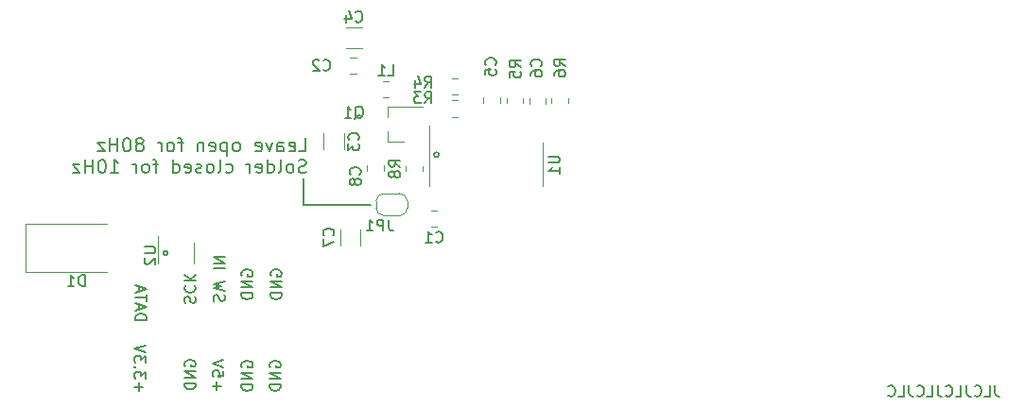
<source format=gbr>
%TF.GenerationSoftware,KiCad,Pcbnew,(6.0.0)*%
%TF.CreationDate,2022-01-14T12:25:06-05:00*%
%TF.ProjectId,ADC-board-HX711,4144432d-626f-4617-9264-2d4858373131,rev?*%
%TF.SameCoordinates,Original*%
%TF.FileFunction,Legend,Bot*%
%TF.FilePolarity,Positive*%
%FSLAX46Y46*%
G04 Gerber Fmt 4.6, Leading zero omitted, Abs format (unit mm)*
G04 Created by KiCad (PCBNEW (6.0.0)) date 2022-01-14 12:25:06*
%MOMM*%
%LPD*%
G01*
G04 APERTURE LIST*
%ADD10C,0.150000*%
%ADD11C,0.200000*%
%ADD12C,0.120000*%
G04 APERTURE END LIST*
D10*
X29600000Y-20800000D02*
X29600000Y-18400000D01*
X30700000Y-20800000D02*
X29600000Y-20800000D01*
X35600000Y-20800000D02*
X30700000Y-20800000D01*
X41723607Y-16276394D02*
G75*
G03*
X41723607Y-16276394I-223607J0D01*
G01*
X17440000Y-25120000D02*
G75*
G03*
X17440000Y-25120000I-200000J0D01*
G01*
D11*
X26600000Y-35338095D02*
X26552380Y-35242857D01*
X26552380Y-35100000D01*
X26600000Y-34957142D01*
X26695238Y-34861904D01*
X26790476Y-34814285D01*
X26980952Y-34766666D01*
X27123809Y-34766666D01*
X27314285Y-34814285D01*
X27409523Y-34861904D01*
X27504761Y-34957142D01*
X27552380Y-35100000D01*
X27552380Y-35195238D01*
X27504761Y-35338095D01*
X27457142Y-35385714D01*
X27123809Y-35385714D01*
X27123809Y-35195238D01*
X27552380Y-35814285D02*
X26552380Y-35814285D01*
X27552380Y-36385714D01*
X26552380Y-36385714D01*
X27552380Y-36861904D02*
X26552380Y-36861904D01*
X26552380Y-37100000D01*
X26600000Y-37242857D01*
X26695238Y-37338095D01*
X26790476Y-37385714D01*
X26980952Y-37433333D01*
X27123809Y-37433333D01*
X27314285Y-37385714D01*
X27409523Y-37338095D01*
X27504761Y-37242857D01*
X27552380Y-37100000D01*
X27552380Y-36861904D01*
X26700000Y-27138095D02*
X26652380Y-27042857D01*
X26652380Y-26900000D01*
X26700000Y-26757142D01*
X26795238Y-26661904D01*
X26890476Y-26614285D01*
X27080952Y-26566666D01*
X27223809Y-26566666D01*
X27414285Y-26614285D01*
X27509523Y-26661904D01*
X27604761Y-26757142D01*
X27652380Y-26900000D01*
X27652380Y-26995238D01*
X27604761Y-27138095D01*
X27557142Y-27185714D01*
X27223809Y-27185714D01*
X27223809Y-26995238D01*
X27652380Y-27614285D02*
X26652380Y-27614285D01*
X27652380Y-28185714D01*
X26652380Y-28185714D01*
X27652380Y-28661904D02*
X26652380Y-28661904D01*
X26652380Y-28900000D01*
X26700000Y-29042857D01*
X26795238Y-29138095D01*
X26890476Y-29185714D01*
X27080952Y-29233333D01*
X27223809Y-29233333D01*
X27414285Y-29185714D01*
X27509523Y-29138095D01*
X27604761Y-29042857D01*
X27652380Y-28900000D01*
X27652380Y-28661904D01*
X24100000Y-27138095D02*
X24052380Y-27042857D01*
X24052380Y-26900000D01*
X24100000Y-26757142D01*
X24195238Y-26661904D01*
X24290476Y-26614285D01*
X24480952Y-26566666D01*
X24623809Y-26566666D01*
X24814285Y-26614285D01*
X24909523Y-26661904D01*
X25004761Y-26757142D01*
X25052380Y-26900000D01*
X25052380Y-26995238D01*
X25004761Y-27138095D01*
X24957142Y-27185714D01*
X24623809Y-27185714D01*
X24623809Y-26995238D01*
X25052380Y-27614285D02*
X24052380Y-27614285D01*
X25052380Y-28185714D01*
X24052380Y-28185714D01*
X25052380Y-28661904D02*
X24052380Y-28661904D01*
X24052380Y-28900000D01*
X24100000Y-29042857D01*
X24195238Y-29138095D01*
X24290476Y-29185714D01*
X24480952Y-29233333D01*
X24623809Y-29233333D01*
X24814285Y-29185714D01*
X24909523Y-29138095D01*
X25004761Y-29042857D01*
X25052380Y-28900000D01*
X25052380Y-28661904D01*
X18995238Y-29585714D02*
X18947619Y-29442857D01*
X18947619Y-29204761D01*
X18995238Y-29109523D01*
X19042857Y-29061904D01*
X19138095Y-29014285D01*
X19233333Y-29014285D01*
X19328571Y-29061904D01*
X19376190Y-29109523D01*
X19423809Y-29204761D01*
X19471428Y-29395238D01*
X19519047Y-29490476D01*
X19566666Y-29538095D01*
X19661904Y-29585714D01*
X19757142Y-29585714D01*
X19852380Y-29538095D01*
X19900000Y-29490476D01*
X19947619Y-29395238D01*
X19947619Y-29157142D01*
X19900000Y-29014285D01*
X19042857Y-28014285D02*
X18995238Y-28061904D01*
X18947619Y-28204761D01*
X18947619Y-28300000D01*
X18995238Y-28442857D01*
X19090476Y-28538095D01*
X19185714Y-28585714D01*
X19376190Y-28633333D01*
X19519047Y-28633333D01*
X19709523Y-28585714D01*
X19804761Y-28538095D01*
X19900000Y-28442857D01*
X19947619Y-28300000D01*
X19947619Y-28204761D01*
X19900000Y-28061904D01*
X19852380Y-28014285D01*
X18947619Y-27585714D02*
X19947619Y-27585714D01*
X18947619Y-27014285D02*
X19519047Y-27442857D01*
X19947619Y-27014285D02*
X19376190Y-27585714D01*
X21828571Y-37385714D02*
X21828571Y-36623809D01*
X21447619Y-37004761D02*
X22209523Y-37004761D01*
X22447619Y-35671428D02*
X22447619Y-36147619D01*
X21971428Y-36195238D01*
X22019047Y-36147619D01*
X22066666Y-36052380D01*
X22066666Y-35814285D01*
X22019047Y-35719047D01*
X21971428Y-35671428D01*
X21876190Y-35623809D01*
X21638095Y-35623809D01*
X21542857Y-35671428D01*
X21495238Y-35719047D01*
X21447619Y-35814285D01*
X21447619Y-36052380D01*
X21495238Y-36147619D01*
X21542857Y-36195238D01*
X22447619Y-35338095D02*
X21447619Y-35004761D01*
X22447619Y-34671428D01*
X14547619Y-31100000D02*
X15547619Y-31100000D01*
X15547619Y-30861904D01*
X15500000Y-30719047D01*
X15404761Y-30623809D01*
X15309523Y-30576190D01*
X15119047Y-30528571D01*
X14976190Y-30528571D01*
X14785714Y-30576190D01*
X14690476Y-30623809D01*
X14595238Y-30719047D01*
X14547619Y-30861904D01*
X14547619Y-31100000D01*
X14833333Y-30147619D02*
X14833333Y-29671428D01*
X14547619Y-30242857D02*
X15547619Y-29909523D01*
X14547619Y-29576190D01*
X15547619Y-29385714D02*
X15547619Y-28814285D01*
X14547619Y-29100000D02*
X15547619Y-29100000D01*
X14833333Y-28528571D02*
X14833333Y-28052380D01*
X14547619Y-28623809D02*
X15547619Y-28290476D01*
X14547619Y-27957142D01*
D10*
X91534745Y-36957099D02*
X91534745Y-37671385D01*
X91582364Y-37814242D01*
X91677602Y-37909480D01*
X91820459Y-37957099D01*
X91915698Y-37957099D01*
X90582364Y-37957099D02*
X91058555Y-37957099D01*
X91058555Y-36957099D01*
X89677602Y-37861861D02*
X89725221Y-37909480D01*
X89868078Y-37957099D01*
X89963317Y-37957099D01*
X90106174Y-37909480D01*
X90201412Y-37814242D01*
X90249031Y-37719004D01*
X90296650Y-37528528D01*
X90296650Y-37385671D01*
X90249031Y-37195195D01*
X90201412Y-37099957D01*
X90106174Y-37004719D01*
X89963317Y-36957099D01*
X89868078Y-36957099D01*
X89725221Y-37004719D01*
X89677602Y-37052338D01*
X88963317Y-36957099D02*
X88963317Y-37671385D01*
X89010936Y-37814242D01*
X89106174Y-37909480D01*
X89249031Y-37957099D01*
X89344269Y-37957099D01*
X88010936Y-37957099D02*
X88487126Y-37957099D01*
X88487126Y-36957099D01*
X87106174Y-37861861D02*
X87153793Y-37909480D01*
X87296650Y-37957099D01*
X87391888Y-37957099D01*
X87534745Y-37909480D01*
X87629983Y-37814242D01*
X87677602Y-37719004D01*
X87725221Y-37528528D01*
X87725221Y-37385671D01*
X87677602Y-37195195D01*
X87629983Y-37099957D01*
X87534745Y-37004719D01*
X87391888Y-36957099D01*
X87296650Y-36957099D01*
X87153793Y-37004719D01*
X87106174Y-37052338D01*
X86391888Y-36957099D02*
X86391888Y-37671385D01*
X86439507Y-37814242D01*
X86534745Y-37909480D01*
X86677602Y-37957099D01*
X86772840Y-37957099D01*
X85439507Y-37957099D02*
X85915698Y-37957099D01*
X85915698Y-36957099D01*
X84534745Y-37861861D02*
X84582364Y-37909480D01*
X84725221Y-37957099D01*
X84820459Y-37957099D01*
X84963317Y-37909480D01*
X85058555Y-37814242D01*
X85106174Y-37719004D01*
X85153793Y-37528528D01*
X85153793Y-37385671D01*
X85106174Y-37195195D01*
X85058555Y-37099957D01*
X84963317Y-37004719D01*
X84820459Y-36957099D01*
X84725221Y-36957099D01*
X84582364Y-37004719D01*
X84534745Y-37052338D01*
X83820459Y-36957099D02*
X83820459Y-37671385D01*
X83868078Y-37814242D01*
X83963317Y-37909480D01*
X84106174Y-37957099D01*
X84201412Y-37957099D01*
X82868078Y-37957099D02*
X83344269Y-37957099D01*
X83344269Y-36957099D01*
X81963317Y-37861861D02*
X82010936Y-37909480D01*
X82153793Y-37957099D01*
X82249031Y-37957099D01*
X82391888Y-37909480D01*
X82487126Y-37814242D01*
X82534745Y-37719004D01*
X82582364Y-37528528D01*
X82582364Y-37385671D01*
X82534745Y-37195195D01*
X82487126Y-37099957D01*
X82391888Y-37004719D01*
X82249031Y-36957099D01*
X82153793Y-36957099D01*
X82010936Y-37004719D01*
X81963317Y-37052338D01*
D11*
X21595238Y-29400000D02*
X21547619Y-29257142D01*
X21547619Y-29019047D01*
X21595238Y-28923809D01*
X21642857Y-28876190D01*
X21738095Y-28828571D01*
X21833333Y-28828571D01*
X21928571Y-28876190D01*
X21976190Y-28923809D01*
X22023809Y-29019047D01*
X22071428Y-29209523D01*
X22119047Y-29304761D01*
X22166666Y-29352380D01*
X22261904Y-29400000D01*
X22357142Y-29400000D01*
X22452380Y-29352380D01*
X22500000Y-29304761D01*
X22547619Y-29209523D01*
X22547619Y-28971428D01*
X22500000Y-28828571D01*
X22547619Y-28495238D02*
X21547619Y-28257142D01*
X22261904Y-28066666D01*
X21547619Y-27876190D01*
X22547619Y-27638095D01*
X21547619Y-26495238D02*
X22547619Y-26495238D01*
X21547619Y-26019047D02*
X22547619Y-26019047D01*
X21547619Y-25447619D01*
X22547619Y-25447619D01*
X29212857Y-15976857D02*
X29784285Y-15976857D01*
X29784285Y-14776857D01*
X28355714Y-15919714D02*
X28470000Y-15976857D01*
X28698571Y-15976857D01*
X28812857Y-15919714D01*
X28870000Y-15805428D01*
X28870000Y-15348285D01*
X28812857Y-15234000D01*
X28698571Y-15176857D01*
X28470000Y-15176857D01*
X28355714Y-15234000D01*
X28298571Y-15348285D01*
X28298571Y-15462571D01*
X28870000Y-15576857D01*
X27270000Y-15976857D02*
X27270000Y-15348285D01*
X27327142Y-15234000D01*
X27441428Y-15176857D01*
X27670000Y-15176857D01*
X27784285Y-15234000D01*
X27270000Y-15919714D02*
X27384285Y-15976857D01*
X27670000Y-15976857D01*
X27784285Y-15919714D01*
X27841428Y-15805428D01*
X27841428Y-15691142D01*
X27784285Y-15576857D01*
X27670000Y-15519714D01*
X27384285Y-15519714D01*
X27270000Y-15462571D01*
X26812857Y-15176857D02*
X26527142Y-15976857D01*
X26241428Y-15176857D01*
X25327142Y-15919714D02*
X25441428Y-15976857D01*
X25670000Y-15976857D01*
X25784285Y-15919714D01*
X25841428Y-15805428D01*
X25841428Y-15348285D01*
X25784285Y-15234000D01*
X25670000Y-15176857D01*
X25441428Y-15176857D01*
X25327142Y-15234000D01*
X25270000Y-15348285D01*
X25270000Y-15462571D01*
X25841428Y-15576857D01*
X23670000Y-15976857D02*
X23784285Y-15919714D01*
X23841428Y-15862571D01*
X23898571Y-15748285D01*
X23898571Y-15405428D01*
X23841428Y-15291142D01*
X23784285Y-15234000D01*
X23670000Y-15176857D01*
X23498571Y-15176857D01*
X23384285Y-15234000D01*
X23327142Y-15291142D01*
X23270000Y-15405428D01*
X23270000Y-15748285D01*
X23327142Y-15862571D01*
X23384285Y-15919714D01*
X23498571Y-15976857D01*
X23670000Y-15976857D01*
X22755714Y-15176857D02*
X22755714Y-16376857D01*
X22755714Y-15234000D02*
X22641428Y-15176857D01*
X22412857Y-15176857D01*
X22298571Y-15234000D01*
X22241428Y-15291142D01*
X22184285Y-15405428D01*
X22184285Y-15748285D01*
X22241428Y-15862571D01*
X22298571Y-15919714D01*
X22412857Y-15976857D01*
X22641428Y-15976857D01*
X22755714Y-15919714D01*
X21212857Y-15919714D02*
X21327142Y-15976857D01*
X21555714Y-15976857D01*
X21670000Y-15919714D01*
X21727142Y-15805428D01*
X21727142Y-15348285D01*
X21670000Y-15234000D01*
X21555714Y-15176857D01*
X21327142Y-15176857D01*
X21212857Y-15234000D01*
X21155714Y-15348285D01*
X21155714Y-15462571D01*
X21727142Y-15576857D01*
X20641428Y-15176857D02*
X20641428Y-15976857D01*
X20641428Y-15291142D02*
X20584285Y-15234000D01*
X20470000Y-15176857D01*
X20298571Y-15176857D01*
X20184285Y-15234000D01*
X20127142Y-15348285D01*
X20127142Y-15976857D01*
X18812857Y-15176857D02*
X18355714Y-15176857D01*
X18641428Y-15976857D02*
X18641428Y-14948285D01*
X18584285Y-14834000D01*
X18470000Y-14776857D01*
X18355714Y-14776857D01*
X17784285Y-15976857D02*
X17898571Y-15919714D01*
X17955714Y-15862571D01*
X18012857Y-15748285D01*
X18012857Y-15405428D01*
X17955714Y-15291142D01*
X17898571Y-15234000D01*
X17784285Y-15176857D01*
X17612857Y-15176857D01*
X17498571Y-15234000D01*
X17441428Y-15291142D01*
X17384285Y-15405428D01*
X17384285Y-15748285D01*
X17441428Y-15862571D01*
X17498571Y-15919714D01*
X17612857Y-15976857D01*
X17784285Y-15976857D01*
X16870000Y-15976857D02*
X16870000Y-15176857D01*
X16870000Y-15405428D02*
X16812857Y-15291142D01*
X16755714Y-15234000D01*
X16641428Y-15176857D01*
X16527142Y-15176857D01*
X15041428Y-15291142D02*
X15155714Y-15234000D01*
X15212857Y-15176857D01*
X15270000Y-15062571D01*
X15270000Y-15005428D01*
X15212857Y-14891142D01*
X15155714Y-14834000D01*
X15041428Y-14776857D01*
X14812857Y-14776857D01*
X14698571Y-14834000D01*
X14641428Y-14891142D01*
X14584285Y-15005428D01*
X14584285Y-15062571D01*
X14641428Y-15176857D01*
X14698571Y-15234000D01*
X14812857Y-15291142D01*
X15041428Y-15291142D01*
X15155714Y-15348285D01*
X15212857Y-15405428D01*
X15270000Y-15519714D01*
X15270000Y-15748285D01*
X15212857Y-15862571D01*
X15155714Y-15919714D01*
X15041428Y-15976857D01*
X14812857Y-15976857D01*
X14698571Y-15919714D01*
X14641428Y-15862571D01*
X14584285Y-15748285D01*
X14584285Y-15519714D01*
X14641428Y-15405428D01*
X14698571Y-15348285D01*
X14812857Y-15291142D01*
X13841428Y-14776857D02*
X13727142Y-14776857D01*
X13612857Y-14834000D01*
X13555714Y-14891142D01*
X13498571Y-15005428D01*
X13441428Y-15234000D01*
X13441428Y-15519714D01*
X13498571Y-15748285D01*
X13555714Y-15862571D01*
X13612857Y-15919714D01*
X13727142Y-15976857D01*
X13841428Y-15976857D01*
X13955714Y-15919714D01*
X14012857Y-15862571D01*
X14070000Y-15748285D01*
X14127142Y-15519714D01*
X14127142Y-15234000D01*
X14070000Y-15005428D01*
X14012857Y-14891142D01*
X13955714Y-14834000D01*
X13841428Y-14776857D01*
X12927142Y-15976857D02*
X12927142Y-14776857D01*
X12927142Y-15348285D02*
X12241428Y-15348285D01*
X12241428Y-15976857D02*
X12241428Y-14776857D01*
X11784285Y-15176857D02*
X11155714Y-15176857D01*
X11784285Y-15976857D01*
X11155714Y-15976857D01*
X29841428Y-17851714D02*
X29670000Y-17908857D01*
X29384285Y-17908857D01*
X29270000Y-17851714D01*
X29212857Y-17794571D01*
X29155714Y-17680285D01*
X29155714Y-17566000D01*
X29212857Y-17451714D01*
X29270000Y-17394571D01*
X29384285Y-17337428D01*
X29612857Y-17280285D01*
X29727142Y-17223142D01*
X29784285Y-17166000D01*
X29841428Y-17051714D01*
X29841428Y-16937428D01*
X29784285Y-16823142D01*
X29727142Y-16766000D01*
X29612857Y-16708857D01*
X29327142Y-16708857D01*
X29155714Y-16766000D01*
X28470000Y-17908857D02*
X28584285Y-17851714D01*
X28641428Y-17794571D01*
X28698571Y-17680285D01*
X28698571Y-17337428D01*
X28641428Y-17223142D01*
X28584285Y-17166000D01*
X28470000Y-17108857D01*
X28298571Y-17108857D01*
X28184285Y-17166000D01*
X28127142Y-17223142D01*
X28070000Y-17337428D01*
X28070000Y-17680285D01*
X28127142Y-17794571D01*
X28184285Y-17851714D01*
X28298571Y-17908857D01*
X28470000Y-17908857D01*
X27384285Y-17908857D02*
X27498571Y-17851714D01*
X27555714Y-17737428D01*
X27555714Y-16708857D01*
X26412857Y-17908857D02*
X26412857Y-16708857D01*
X26412857Y-17851714D02*
X26527142Y-17908857D01*
X26755714Y-17908857D01*
X26870000Y-17851714D01*
X26927142Y-17794571D01*
X26984285Y-17680285D01*
X26984285Y-17337428D01*
X26927142Y-17223142D01*
X26870000Y-17166000D01*
X26755714Y-17108857D01*
X26527142Y-17108857D01*
X26412857Y-17166000D01*
X25384285Y-17851714D02*
X25498571Y-17908857D01*
X25727142Y-17908857D01*
X25841428Y-17851714D01*
X25898571Y-17737428D01*
X25898571Y-17280285D01*
X25841428Y-17166000D01*
X25727142Y-17108857D01*
X25498571Y-17108857D01*
X25384285Y-17166000D01*
X25327142Y-17280285D01*
X25327142Y-17394571D01*
X25898571Y-17508857D01*
X24812857Y-17908857D02*
X24812857Y-17108857D01*
X24812857Y-17337428D02*
X24755714Y-17223142D01*
X24698571Y-17166000D01*
X24584285Y-17108857D01*
X24469999Y-17108857D01*
X22641428Y-17851714D02*
X22755714Y-17908857D01*
X22984285Y-17908857D01*
X23098571Y-17851714D01*
X23155714Y-17794571D01*
X23212857Y-17680285D01*
X23212857Y-17337428D01*
X23155714Y-17223142D01*
X23098571Y-17166000D01*
X22984285Y-17108857D01*
X22755714Y-17108857D01*
X22641428Y-17166000D01*
X21955714Y-17908857D02*
X22069999Y-17851714D01*
X22127142Y-17737428D01*
X22127142Y-16708857D01*
X21327142Y-17908857D02*
X21441428Y-17851714D01*
X21498571Y-17794571D01*
X21555714Y-17680285D01*
X21555714Y-17337428D01*
X21498571Y-17223142D01*
X21441428Y-17166000D01*
X21327142Y-17108857D01*
X21155714Y-17108857D01*
X21041428Y-17166000D01*
X20984285Y-17223142D01*
X20927142Y-17337428D01*
X20927142Y-17680285D01*
X20984285Y-17794571D01*
X21041428Y-17851714D01*
X21155714Y-17908857D01*
X21327142Y-17908857D01*
X20469999Y-17851714D02*
X20355714Y-17908857D01*
X20127142Y-17908857D01*
X20012857Y-17851714D01*
X19955714Y-17737428D01*
X19955714Y-17680285D01*
X20012857Y-17566000D01*
X20127142Y-17508857D01*
X20298571Y-17508857D01*
X20412857Y-17451714D01*
X20469999Y-17337428D01*
X20469999Y-17280285D01*
X20412857Y-17166000D01*
X20298571Y-17108857D01*
X20127142Y-17108857D01*
X20012857Y-17166000D01*
X18984285Y-17851714D02*
X19098571Y-17908857D01*
X19327142Y-17908857D01*
X19441428Y-17851714D01*
X19498571Y-17737428D01*
X19498571Y-17280285D01*
X19441428Y-17166000D01*
X19327142Y-17108857D01*
X19098571Y-17108857D01*
X18984285Y-17166000D01*
X18927142Y-17280285D01*
X18927142Y-17394571D01*
X19498571Y-17508857D01*
X17898571Y-17908857D02*
X17898571Y-16708857D01*
X17898571Y-17851714D02*
X18012857Y-17908857D01*
X18241428Y-17908857D01*
X18355714Y-17851714D01*
X18412857Y-17794571D01*
X18469999Y-17680285D01*
X18469999Y-17337428D01*
X18412857Y-17223142D01*
X18355714Y-17166000D01*
X18241428Y-17108857D01*
X18012857Y-17108857D01*
X17898571Y-17166000D01*
X16584285Y-17108857D02*
X16127142Y-17108857D01*
X16412857Y-17908857D02*
X16412857Y-16880285D01*
X16355714Y-16766000D01*
X16241428Y-16708857D01*
X16127142Y-16708857D01*
X15555714Y-17908857D02*
X15669999Y-17851714D01*
X15727142Y-17794571D01*
X15784285Y-17680285D01*
X15784285Y-17337428D01*
X15727142Y-17223142D01*
X15669999Y-17166000D01*
X15555714Y-17108857D01*
X15384285Y-17108857D01*
X15269999Y-17166000D01*
X15212857Y-17223142D01*
X15155714Y-17337428D01*
X15155714Y-17680285D01*
X15212857Y-17794571D01*
X15269999Y-17851714D01*
X15384285Y-17908857D01*
X15555714Y-17908857D01*
X14641428Y-17908857D02*
X14641428Y-17108857D01*
X14641428Y-17337428D02*
X14584285Y-17223142D01*
X14527142Y-17166000D01*
X14412857Y-17108857D01*
X14298571Y-17108857D01*
X12355714Y-17908857D02*
X13041428Y-17908857D01*
X12698571Y-17908857D02*
X12698571Y-16708857D01*
X12812857Y-16880285D01*
X12927142Y-16994571D01*
X13041428Y-17051714D01*
X11612857Y-16708857D02*
X11498571Y-16708857D01*
X11384285Y-16766000D01*
X11327142Y-16823142D01*
X11269999Y-16937428D01*
X11212857Y-17166000D01*
X11212857Y-17451714D01*
X11269999Y-17680285D01*
X11327142Y-17794571D01*
X11384285Y-17851714D01*
X11498571Y-17908857D01*
X11612857Y-17908857D01*
X11727142Y-17851714D01*
X11784285Y-17794571D01*
X11841428Y-17680285D01*
X11898571Y-17451714D01*
X11898571Y-17166000D01*
X11841428Y-16937428D01*
X11784285Y-16823142D01*
X11727142Y-16766000D01*
X11612857Y-16708857D01*
X10698571Y-17908857D02*
X10698571Y-16708857D01*
X10698571Y-17280285D02*
X10012857Y-17280285D01*
X10012857Y-17908857D02*
X10012857Y-16708857D01*
X9555714Y-17108857D02*
X8927142Y-17108857D01*
X9555714Y-17908857D01*
X8927142Y-17908857D01*
X19000000Y-35238095D02*
X18952380Y-35142857D01*
X18952380Y-35000000D01*
X19000000Y-34857142D01*
X19095238Y-34761904D01*
X19190476Y-34714285D01*
X19380952Y-34666666D01*
X19523809Y-34666666D01*
X19714285Y-34714285D01*
X19809523Y-34761904D01*
X19904761Y-34857142D01*
X19952380Y-35000000D01*
X19952380Y-35095238D01*
X19904761Y-35238095D01*
X19857142Y-35285714D01*
X19523809Y-35285714D01*
X19523809Y-35095238D01*
X19952380Y-35714285D02*
X18952380Y-35714285D01*
X19952380Y-36285714D01*
X18952380Y-36285714D01*
X19952380Y-36761904D02*
X18952380Y-36761904D01*
X18952380Y-37000000D01*
X19000000Y-37142857D01*
X19095238Y-37238095D01*
X19190476Y-37285714D01*
X19380952Y-37333333D01*
X19523809Y-37333333D01*
X19714285Y-37285714D01*
X19809523Y-37238095D01*
X19904761Y-37142857D01*
X19952380Y-37000000D01*
X19952380Y-36761904D01*
X24100000Y-35338095D02*
X24052380Y-35242857D01*
X24052380Y-35100000D01*
X24100000Y-34957142D01*
X24195238Y-34861904D01*
X24290476Y-34814285D01*
X24480952Y-34766666D01*
X24623809Y-34766666D01*
X24814285Y-34814285D01*
X24909523Y-34861904D01*
X25004761Y-34957142D01*
X25052380Y-35100000D01*
X25052380Y-35195238D01*
X25004761Y-35338095D01*
X24957142Y-35385714D01*
X24623809Y-35385714D01*
X24623809Y-35195238D01*
X25052380Y-35814285D02*
X24052380Y-35814285D01*
X25052380Y-36385714D01*
X24052380Y-36385714D01*
X25052380Y-36861904D02*
X24052380Y-36861904D01*
X24052380Y-37100000D01*
X24100000Y-37242857D01*
X24195238Y-37338095D01*
X24290476Y-37385714D01*
X24480952Y-37433333D01*
X24623809Y-37433333D01*
X24814285Y-37385714D01*
X24909523Y-37338095D01*
X25004761Y-37242857D01*
X25052380Y-37100000D01*
X25052380Y-36861904D01*
X14828571Y-37500000D02*
X14828571Y-36738095D01*
X14447619Y-37119047D02*
X15209523Y-37119047D01*
X15447619Y-36357142D02*
X15447619Y-35738095D01*
X15066666Y-36071428D01*
X15066666Y-35928571D01*
X15019047Y-35833333D01*
X14971428Y-35785714D01*
X14876190Y-35738095D01*
X14638095Y-35738095D01*
X14542857Y-35785714D01*
X14495238Y-35833333D01*
X14447619Y-35928571D01*
X14447619Y-36214285D01*
X14495238Y-36309523D01*
X14542857Y-36357142D01*
X14542857Y-35309523D02*
X14495238Y-35261904D01*
X14447619Y-35309523D01*
X14495238Y-35357142D01*
X14542857Y-35309523D01*
X14447619Y-35309523D01*
X15447619Y-34928571D02*
X15447619Y-34309523D01*
X15066666Y-34642857D01*
X15066666Y-34500000D01*
X15019047Y-34404761D01*
X14971428Y-34357142D01*
X14876190Y-34309523D01*
X14638095Y-34309523D01*
X14542857Y-34357142D01*
X14495238Y-34404761D01*
X14447619Y-34500000D01*
X14447619Y-34785714D01*
X14495238Y-34880952D01*
X14542857Y-34928571D01*
X15447619Y-34023809D02*
X14447619Y-33690476D01*
X15447619Y-33357142D01*
D10*
%TO.C,C7*%
X32257142Y-23533333D02*
X32304761Y-23485714D01*
X32352380Y-23342857D01*
X32352380Y-23247619D01*
X32304761Y-23104761D01*
X32209523Y-23009523D01*
X32114285Y-22961904D01*
X31923809Y-22914285D01*
X31780952Y-22914285D01*
X31590476Y-22961904D01*
X31495238Y-23009523D01*
X31400000Y-23104761D01*
X31352380Y-23247619D01*
X31352380Y-23342857D01*
X31400000Y-23485714D01*
X31447619Y-23533333D01*
X31352380Y-23866666D02*
X31352380Y-24533333D01*
X32352380Y-24104761D01*
%TO.C,C4*%
X34266666Y-4307142D02*
X34314285Y-4354761D01*
X34457142Y-4402380D01*
X34552380Y-4402380D01*
X34695238Y-4354761D01*
X34790476Y-4259523D01*
X34838095Y-4164285D01*
X34885714Y-3973809D01*
X34885714Y-3830952D01*
X34838095Y-3640476D01*
X34790476Y-3545238D01*
X34695238Y-3450000D01*
X34552380Y-3402380D01*
X34457142Y-3402380D01*
X34314285Y-3450000D01*
X34266666Y-3497619D01*
X33409523Y-3735714D02*
X33409523Y-4402380D01*
X33647619Y-3354761D02*
X33885714Y-4069047D01*
X33266666Y-4069047D01*
%TO.C,C3*%
X34507142Y-14933333D02*
X34554761Y-14885714D01*
X34602380Y-14742857D01*
X34602380Y-14647619D01*
X34554761Y-14504761D01*
X34459523Y-14409523D01*
X34364285Y-14361904D01*
X34173809Y-14314285D01*
X34030952Y-14314285D01*
X33840476Y-14361904D01*
X33745238Y-14409523D01*
X33650000Y-14504761D01*
X33602380Y-14647619D01*
X33602380Y-14742857D01*
X33650000Y-14885714D01*
X33697619Y-14933333D01*
X33602380Y-15266666D02*
X33602380Y-15885714D01*
X33983333Y-15552380D01*
X33983333Y-15695238D01*
X34030952Y-15790476D01*
X34078571Y-15838095D01*
X34173809Y-15885714D01*
X34411904Y-15885714D01*
X34507142Y-15838095D01*
X34554761Y-15790476D01*
X34602380Y-15695238D01*
X34602380Y-15409523D01*
X34554761Y-15314285D01*
X34507142Y-15266666D01*
%TO.C,C6*%
X50857142Y-8333333D02*
X50904761Y-8285714D01*
X50952380Y-8142857D01*
X50952380Y-8047619D01*
X50904761Y-7904761D01*
X50809523Y-7809523D01*
X50714285Y-7761904D01*
X50523809Y-7714285D01*
X50380952Y-7714285D01*
X50190476Y-7761904D01*
X50095238Y-7809523D01*
X50000000Y-7904761D01*
X49952380Y-8047619D01*
X49952380Y-8142857D01*
X50000000Y-8285714D01*
X50047619Y-8333333D01*
X49952380Y-9190476D02*
X49952380Y-9000000D01*
X50000000Y-8904761D01*
X50047619Y-8857142D01*
X50190476Y-8761904D01*
X50380952Y-8714285D01*
X50761904Y-8714285D01*
X50857142Y-8761904D01*
X50904761Y-8809523D01*
X50952380Y-8904761D01*
X50952380Y-9095238D01*
X50904761Y-9190476D01*
X50857142Y-9238095D01*
X50761904Y-9285714D01*
X50523809Y-9285714D01*
X50428571Y-9238095D01*
X50380952Y-9190476D01*
X50333333Y-9095238D01*
X50333333Y-8904761D01*
X50380952Y-8809523D01*
X50428571Y-8761904D01*
X50523809Y-8714285D01*
%TO.C,C1*%
X41466666Y-24057142D02*
X41514285Y-24104761D01*
X41657142Y-24152380D01*
X41752380Y-24152380D01*
X41895238Y-24104761D01*
X41990476Y-24009523D01*
X42038095Y-23914285D01*
X42085714Y-23723809D01*
X42085714Y-23580952D01*
X42038095Y-23390476D01*
X41990476Y-23295238D01*
X41895238Y-23200000D01*
X41752380Y-23152380D01*
X41657142Y-23152380D01*
X41514285Y-23200000D01*
X41466666Y-23247619D01*
X40514285Y-24152380D02*
X41085714Y-24152380D01*
X40800000Y-24152380D02*
X40800000Y-23152380D01*
X40895238Y-23295238D01*
X40990476Y-23390476D01*
X41085714Y-23438095D01*
%TO.C,D1*%
X10008095Y-28062380D02*
X10008095Y-27062380D01*
X9770000Y-27062380D01*
X9627142Y-27110000D01*
X9531904Y-27205238D01*
X9484285Y-27300476D01*
X9436666Y-27490952D01*
X9436666Y-27633809D01*
X9484285Y-27824285D01*
X9531904Y-27919523D01*
X9627142Y-28014761D01*
X9770000Y-28062380D01*
X10008095Y-28062380D01*
X8484285Y-28062380D02*
X9055714Y-28062380D01*
X8770000Y-28062380D02*
X8770000Y-27062380D01*
X8865238Y-27205238D01*
X8960476Y-27300476D01*
X9055714Y-27348095D01*
%TO.C,C2*%
X31366666Y-8657142D02*
X31414285Y-8704761D01*
X31557142Y-8752380D01*
X31652380Y-8752380D01*
X31795238Y-8704761D01*
X31890476Y-8609523D01*
X31938095Y-8514285D01*
X31985714Y-8323809D01*
X31985714Y-8180952D01*
X31938095Y-7990476D01*
X31890476Y-7895238D01*
X31795238Y-7800000D01*
X31652380Y-7752380D01*
X31557142Y-7752380D01*
X31414285Y-7800000D01*
X31366666Y-7847619D01*
X30985714Y-7847619D02*
X30938095Y-7800000D01*
X30842857Y-7752380D01*
X30604761Y-7752380D01*
X30509523Y-7800000D01*
X30461904Y-7847619D01*
X30414285Y-7942857D01*
X30414285Y-8038095D01*
X30461904Y-8180952D01*
X31033333Y-8752380D01*
X30414285Y-8752380D01*
%TO.C,JP1*%
X37233333Y-22102380D02*
X37233333Y-22816666D01*
X37280952Y-22959523D01*
X37376190Y-23054761D01*
X37519047Y-23102380D01*
X37614285Y-23102380D01*
X36757142Y-23102380D02*
X36757142Y-22102380D01*
X36376190Y-22102380D01*
X36280952Y-22150000D01*
X36233333Y-22197619D01*
X36185714Y-22292857D01*
X36185714Y-22435714D01*
X36233333Y-22530952D01*
X36280952Y-22578571D01*
X36376190Y-22626190D01*
X36757142Y-22626190D01*
X35233333Y-23102380D02*
X35804761Y-23102380D01*
X35519047Y-23102380D02*
X35519047Y-22102380D01*
X35614285Y-22245238D01*
X35709523Y-22340476D01*
X35804761Y-22388095D01*
%TO.C,U2*%
X15352380Y-24538095D02*
X16161904Y-24538095D01*
X16257142Y-24585714D01*
X16304761Y-24633333D01*
X16352380Y-24728571D01*
X16352380Y-24919047D01*
X16304761Y-25014285D01*
X16257142Y-25061904D01*
X16161904Y-25109523D01*
X15352380Y-25109523D01*
X15447619Y-25538095D02*
X15400000Y-25585714D01*
X15352380Y-25680952D01*
X15352380Y-25919047D01*
X15400000Y-26014285D01*
X15447619Y-26061904D01*
X15542857Y-26109523D01*
X15638095Y-26109523D01*
X15780952Y-26061904D01*
X16352380Y-25490476D01*
X16352380Y-26109523D01*
%TO.C,R3*%
X40466666Y-11652380D02*
X40800000Y-11176190D01*
X41038095Y-11652380D02*
X41038095Y-10652380D01*
X40657142Y-10652380D01*
X40561904Y-10700000D01*
X40514285Y-10747619D01*
X40466666Y-10842857D01*
X40466666Y-10985714D01*
X40514285Y-11080952D01*
X40561904Y-11128571D01*
X40657142Y-11176190D01*
X41038095Y-11176190D01*
X40133333Y-10652380D02*
X39514285Y-10652380D01*
X39847619Y-11033333D01*
X39704761Y-11033333D01*
X39609523Y-11080952D01*
X39561904Y-11128571D01*
X39514285Y-11223809D01*
X39514285Y-11461904D01*
X39561904Y-11557142D01*
X39609523Y-11604761D01*
X39704761Y-11652380D01*
X39990476Y-11652380D01*
X40085714Y-11604761D01*
X40133333Y-11557142D01*
%TO.C,R8*%
X38262380Y-17363333D02*
X37786190Y-17030000D01*
X38262380Y-16791904D02*
X37262380Y-16791904D01*
X37262380Y-17172857D01*
X37310000Y-17268095D01*
X37357619Y-17315714D01*
X37452857Y-17363333D01*
X37595714Y-17363333D01*
X37690952Y-17315714D01*
X37738571Y-17268095D01*
X37786190Y-17172857D01*
X37786190Y-16791904D01*
X37690952Y-17934761D02*
X37643333Y-17839523D01*
X37595714Y-17791904D01*
X37500476Y-17744285D01*
X37452857Y-17744285D01*
X37357619Y-17791904D01*
X37310000Y-17839523D01*
X37262380Y-17934761D01*
X37262380Y-18125238D01*
X37310000Y-18220476D01*
X37357619Y-18268095D01*
X37452857Y-18315714D01*
X37500476Y-18315714D01*
X37595714Y-18268095D01*
X37643333Y-18220476D01*
X37690952Y-18125238D01*
X37690952Y-17934761D01*
X37738571Y-17839523D01*
X37786190Y-17791904D01*
X37881428Y-17744285D01*
X38071904Y-17744285D01*
X38167142Y-17791904D01*
X38214761Y-17839523D01*
X38262380Y-17934761D01*
X38262380Y-18125238D01*
X38214761Y-18220476D01*
X38167142Y-18268095D01*
X38071904Y-18315714D01*
X37881428Y-18315714D01*
X37786190Y-18268095D01*
X37738571Y-18220476D01*
X37690952Y-18125238D01*
%TO.C,R5*%
X49052380Y-8433333D02*
X48576190Y-8100000D01*
X49052380Y-7861904D02*
X48052380Y-7861904D01*
X48052380Y-8242857D01*
X48100000Y-8338095D01*
X48147619Y-8385714D01*
X48242857Y-8433333D01*
X48385714Y-8433333D01*
X48480952Y-8385714D01*
X48528571Y-8338095D01*
X48576190Y-8242857D01*
X48576190Y-7861904D01*
X48052380Y-9338095D02*
X48052380Y-8861904D01*
X48528571Y-8814285D01*
X48480952Y-8861904D01*
X48433333Y-8957142D01*
X48433333Y-9195238D01*
X48480952Y-9290476D01*
X48528571Y-9338095D01*
X48623809Y-9385714D01*
X48861904Y-9385714D01*
X48957142Y-9338095D01*
X49004761Y-9290476D01*
X49052380Y-9195238D01*
X49052380Y-8957142D01*
X49004761Y-8861904D01*
X48957142Y-8814285D01*
%TO.C,C5*%
X46757142Y-8233333D02*
X46804761Y-8185714D01*
X46852380Y-8042857D01*
X46852380Y-7947619D01*
X46804761Y-7804761D01*
X46709523Y-7709523D01*
X46614285Y-7661904D01*
X46423809Y-7614285D01*
X46280952Y-7614285D01*
X46090476Y-7661904D01*
X45995238Y-7709523D01*
X45900000Y-7804761D01*
X45852380Y-7947619D01*
X45852380Y-8042857D01*
X45900000Y-8185714D01*
X45947619Y-8233333D01*
X45852380Y-9138095D02*
X45852380Y-8661904D01*
X46328571Y-8614285D01*
X46280952Y-8661904D01*
X46233333Y-8757142D01*
X46233333Y-8995238D01*
X46280952Y-9090476D01*
X46328571Y-9138095D01*
X46423809Y-9185714D01*
X46661904Y-9185714D01*
X46757142Y-9138095D01*
X46804761Y-9090476D01*
X46852380Y-8995238D01*
X46852380Y-8757142D01*
X46804761Y-8661904D01*
X46757142Y-8614285D01*
%TO.C,C8*%
X34637142Y-18043333D02*
X34684761Y-17995714D01*
X34732380Y-17852857D01*
X34732380Y-17757619D01*
X34684761Y-17614761D01*
X34589523Y-17519523D01*
X34494285Y-17471904D01*
X34303809Y-17424285D01*
X34160952Y-17424285D01*
X33970476Y-17471904D01*
X33875238Y-17519523D01*
X33780000Y-17614761D01*
X33732380Y-17757619D01*
X33732380Y-17852857D01*
X33780000Y-17995714D01*
X33827619Y-18043333D01*
X34160952Y-18614761D02*
X34113333Y-18519523D01*
X34065714Y-18471904D01*
X33970476Y-18424285D01*
X33922857Y-18424285D01*
X33827619Y-18471904D01*
X33780000Y-18519523D01*
X33732380Y-18614761D01*
X33732380Y-18805238D01*
X33780000Y-18900476D01*
X33827619Y-18948095D01*
X33922857Y-18995714D01*
X33970476Y-18995714D01*
X34065714Y-18948095D01*
X34113333Y-18900476D01*
X34160952Y-18805238D01*
X34160952Y-18614761D01*
X34208571Y-18519523D01*
X34256190Y-18471904D01*
X34351428Y-18424285D01*
X34541904Y-18424285D01*
X34637142Y-18471904D01*
X34684761Y-18519523D01*
X34732380Y-18614761D01*
X34732380Y-18805238D01*
X34684761Y-18900476D01*
X34637142Y-18948095D01*
X34541904Y-18995714D01*
X34351428Y-18995714D01*
X34256190Y-18948095D01*
X34208571Y-18900476D01*
X34160952Y-18805238D01*
%TO.C,R4*%
X40466666Y-10252380D02*
X40800000Y-9776190D01*
X41038095Y-10252380D02*
X41038095Y-9252380D01*
X40657142Y-9252380D01*
X40561904Y-9300000D01*
X40514285Y-9347619D01*
X40466666Y-9442857D01*
X40466666Y-9585714D01*
X40514285Y-9680952D01*
X40561904Y-9728571D01*
X40657142Y-9776190D01*
X41038095Y-9776190D01*
X39609523Y-9585714D02*
X39609523Y-10252380D01*
X39847619Y-9204761D02*
X40085714Y-9919047D01*
X39466666Y-9919047D01*
%TO.C,R6*%
X53052380Y-8333333D02*
X52576190Y-8000000D01*
X53052380Y-7761904D02*
X52052380Y-7761904D01*
X52052380Y-8142857D01*
X52100000Y-8238095D01*
X52147619Y-8285714D01*
X52242857Y-8333333D01*
X52385714Y-8333333D01*
X52480952Y-8285714D01*
X52528571Y-8238095D01*
X52576190Y-8142857D01*
X52576190Y-7761904D01*
X52052380Y-9190476D02*
X52052380Y-9000000D01*
X52100000Y-8904761D01*
X52147619Y-8857142D01*
X52290476Y-8761904D01*
X52480952Y-8714285D01*
X52861904Y-8714285D01*
X52957142Y-8761904D01*
X53004761Y-8809523D01*
X53052380Y-8904761D01*
X53052380Y-9095238D01*
X53004761Y-9190476D01*
X52957142Y-9238095D01*
X52861904Y-9285714D01*
X52623809Y-9285714D01*
X52528571Y-9238095D01*
X52480952Y-9190476D01*
X52433333Y-9095238D01*
X52433333Y-8904761D01*
X52480952Y-8809523D01*
X52528571Y-8761904D01*
X52623809Y-8714285D01*
%TO.C,L1*%
X37166666Y-9202380D02*
X37642857Y-9202380D01*
X37642857Y-8202380D01*
X36309523Y-9202380D02*
X36880952Y-9202380D01*
X36595238Y-9202380D02*
X36595238Y-8202380D01*
X36690476Y-8345238D01*
X36785714Y-8440476D01*
X36880952Y-8488095D01*
%TO.C,Q1*%
X34195238Y-13047619D02*
X34290476Y-13000000D01*
X34385714Y-12904761D01*
X34528571Y-12761904D01*
X34623809Y-12714285D01*
X34719047Y-12714285D01*
X34671428Y-12952380D02*
X34766666Y-12904761D01*
X34861904Y-12809523D01*
X34909523Y-12619047D01*
X34909523Y-12285714D01*
X34861904Y-12095238D01*
X34766666Y-12000000D01*
X34671428Y-11952380D01*
X34480952Y-11952380D01*
X34385714Y-12000000D01*
X34290476Y-12095238D01*
X34242857Y-12285714D01*
X34242857Y-12619047D01*
X34290476Y-12809523D01*
X34385714Y-12904761D01*
X34480952Y-12952380D01*
X34671428Y-12952380D01*
X33290476Y-12952380D02*
X33861904Y-12952380D01*
X33576190Y-12952380D02*
X33576190Y-11952380D01*
X33671428Y-12095238D01*
X33766666Y-12190476D01*
X33861904Y-12238095D01*
%TO.C,U1*%
X51552380Y-16438095D02*
X52361904Y-16438095D01*
X52457142Y-16485714D01*
X52504761Y-16533333D01*
X52552380Y-16628571D01*
X52552380Y-16819047D01*
X52504761Y-16914285D01*
X52457142Y-16961904D01*
X52361904Y-17009523D01*
X51552380Y-17009523D01*
X52552380Y-18009523D02*
X52552380Y-17438095D01*
X52552380Y-17723809D02*
X51552380Y-17723809D01*
X51695238Y-17628571D01*
X51790476Y-17533333D01*
X51838095Y-17438095D01*
D12*
%TO.C,C7*%
X34710000Y-24411252D02*
X34710000Y-22988748D01*
X32890000Y-24411252D02*
X32890000Y-22988748D01*
%TO.C,C4*%
X34811252Y-4890000D02*
X33388748Y-4890000D01*
X34811252Y-6710000D02*
X33388748Y-6710000D01*
%TO.C,C3*%
X33210000Y-15811252D02*
X33210000Y-14388748D01*
X31390000Y-15811252D02*
X31390000Y-14388748D01*
%TO.C,C6*%
X49815000Y-11711252D02*
X49815000Y-11188748D01*
X51285000Y-11711252D02*
X51285000Y-11188748D01*
%TO.C,C1*%
X41551252Y-22755000D02*
X41028748Y-22755000D01*
X41551252Y-21285000D02*
X41028748Y-21285000D01*
%TO.C,D1*%
X4670000Y-26760000D02*
X11970000Y-26760000D01*
X4670000Y-26760000D02*
X4670000Y-22460000D01*
X4670000Y-22460000D02*
X11970000Y-22460000D01*
%TO.C,C2*%
X34311252Y-9035000D02*
X33788748Y-9035000D01*
X34311252Y-7565000D02*
X33788748Y-7565000D01*
%TO.C,JP1*%
X36100000Y-20450000D02*
X36100000Y-21050000D01*
X36800000Y-21750000D02*
X38200000Y-21750000D01*
X38200000Y-19750000D02*
X36800000Y-19750000D01*
X38900000Y-21050000D02*
X38900000Y-20450000D01*
X38900000Y-20450000D02*
G75*
G03*
X38200000Y-19750000I-699999J1D01*
G01*
X38200000Y-21750000D02*
G75*
G03*
X38900000Y-21050000I1J699999D01*
G01*
X36800000Y-19750000D02*
G75*
G03*
X36100000Y-20450000I-1J-699999D01*
G01*
X36100000Y-21050000D02*
G75*
G03*
X36800000Y-21750000I699999J-1D01*
G01*
%TO.C,U2*%
X19810000Y-24200000D02*
X19810000Y-26000000D01*
X16590000Y-26000000D02*
X16590000Y-23550000D01*
%TO.C,R3*%
X43377064Y-11415000D02*
X42922936Y-11415000D01*
X43377064Y-12885000D02*
X42922936Y-12885000D01*
%TO.C,R8*%
X40245000Y-17777064D02*
X40245000Y-17322936D01*
X38775000Y-17777064D02*
X38775000Y-17322936D01*
%TO.C,R5*%
X47815000Y-11222936D02*
X47815000Y-11677064D01*
X49285000Y-11222936D02*
X49285000Y-11677064D01*
%TO.C,C5*%
X47185000Y-11088748D02*
X47185000Y-11611252D01*
X45715000Y-11088748D02*
X45715000Y-11611252D01*
%TO.C,C8*%
X35305000Y-17761252D02*
X35305000Y-17238748D01*
X36775000Y-17761252D02*
X36775000Y-17238748D01*
%TO.C,R4*%
X42922936Y-10885000D02*
X43377064Y-10885000D01*
X42922936Y-9415000D02*
X43377064Y-9415000D01*
%TO.C,R6*%
X51815000Y-11222936D02*
X51815000Y-11677064D01*
X53285000Y-11222936D02*
X53285000Y-11677064D01*
%TO.C,L1*%
X37261252Y-9690000D02*
X36738748Y-9690000D01*
X37261252Y-11110000D02*
X36738748Y-11110000D01*
%TO.C,Q1*%
X37140000Y-15130000D02*
X38600000Y-15130000D01*
X37140000Y-11970000D02*
X40300000Y-11970000D01*
X37140000Y-11970000D02*
X37140000Y-12900000D01*
X37140000Y-15130000D02*
X37140000Y-14200000D01*
%TO.C,U1*%
X40890000Y-17150000D02*
X40890000Y-13650000D01*
X51010000Y-17150000D02*
X51010000Y-19100000D01*
X40890000Y-17150000D02*
X40890000Y-19100000D01*
X51010000Y-17150000D02*
X51010000Y-15200000D01*
%TD*%
M02*

</source>
